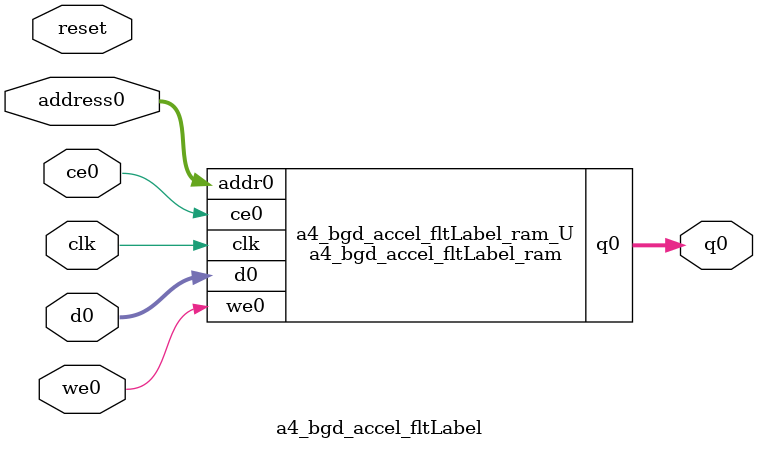
<source format=v>
`timescale 1 ns / 1 ps
module a4_bgd_accel_fltLabel_ram (addr0, ce0, d0, we0, q0,  clk);

parameter DWIDTH = 32;
parameter AWIDTH = 4;
parameter MEM_SIZE = 10;

input[AWIDTH-1:0] addr0;
input ce0;
input[DWIDTH-1:0] d0;
input we0;
output reg[DWIDTH-1:0] q0;
input clk;

(* ram_style = "distributed" *)reg [DWIDTH-1:0] ram[0:MEM_SIZE-1];




always @(posedge clk)  
begin 
    if (ce0) 
    begin
        if (we0) 
        begin 
            ram[addr0] <= d0; 
        end 
        q0 <= ram[addr0];
    end
end


endmodule

`timescale 1 ns / 1 ps
module a4_bgd_accel_fltLabel(
    reset,
    clk,
    address0,
    ce0,
    we0,
    d0,
    q0);

parameter DataWidth = 32'd32;
parameter AddressRange = 32'd10;
parameter AddressWidth = 32'd4;
input reset;
input clk;
input[AddressWidth - 1:0] address0;
input ce0;
input we0;
input[DataWidth - 1:0] d0;
output[DataWidth - 1:0] q0;



a4_bgd_accel_fltLabel_ram a4_bgd_accel_fltLabel_ram_U(
    .clk( clk ),
    .addr0( address0 ),
    .ce0( ce0 ),
    .we0( we0 ),
    .d0( d0 ),
    .q0( q0 ));

endmodule


</source>
